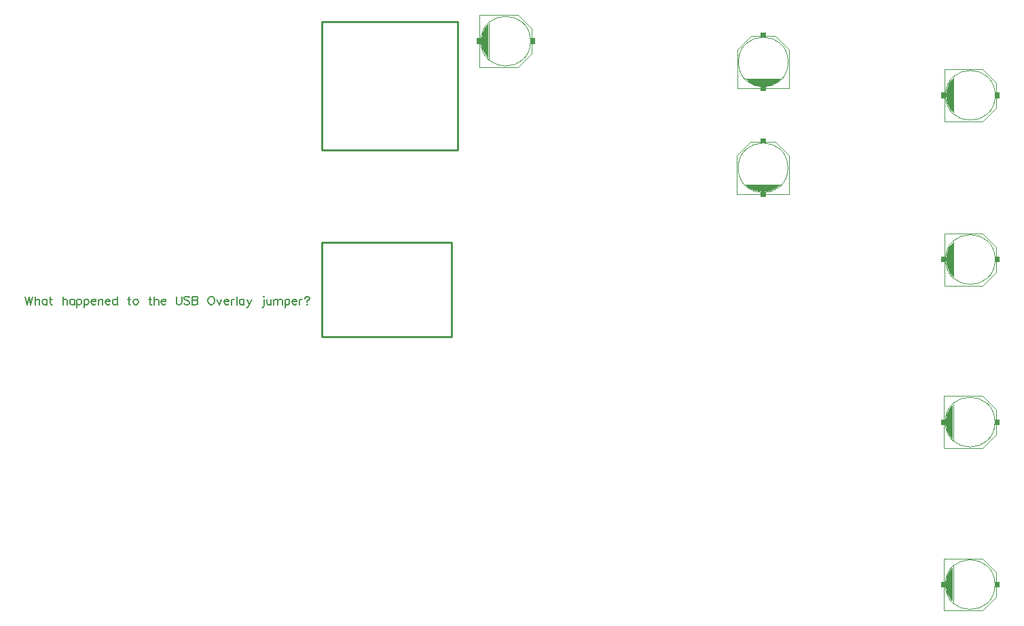
<source format=gbr>
G04 DipTrace 2.4.0.1*
%INTopAssy.gbr*%
%MOIN*%
%ADD10C,0.0098*%
%ADD24C,0.004*%
%ADD254C,0.0062*%
%FSLAX44Y44*%
G04*
G70*
G90*
G75*
G01*
%LNTopAssy*%
%LPD*%
X18820Y24700D2*
D24*
Y26590D1*
X19490Y27260D1*
X20710D1*
X21380Y26590D1*
Y24700D1*
X18820D1*
X19214Y25153D2*
X20966D1*
X18880Y25980D2*
G02X18880Y25980I1220J0D01*
G01*
G36*
X20238Y24543D2*
X19962D1*
Y24779D1*
X20238D1*
Y24543D1*
G37*
G36*
Y27181D2*
X19962D1*
Y27417D1*
X20238D1*
Y27181D1*
G37*
G36*
X19253Y25134D2*
X19470Y24957D1*
X19746Y24838D1*
X20100Y24779D1*
X20474Y24838D1*
X20749Y24976D1*
X20947Y25134D1*
X19273D1*
X19253D1*
G37*
X18830Y29895D2*
D24*
Y31785D1*
X19500Y32455D1*
X20720D1*
X21390Y31785D1*
Y29895D1*
X18830D1*
X19224Y30348D2*
X20976D1*
X18890Y31175D2*
G02X18890Y31175I1220J0D01*
G01*
G36*
X20248Y29738D2*
X19972D1*
Y29974D1*
X20248D1*
Y29738D1*
G37*
G36*
Y32376D2*
X19972D1*
Y32612D1*
X20248D1*
Y32376D1*
G37*
G36*
X19263Y30329D2*
X19480Y30152D1*
X19756Y30033D1*
X20110Y29974D1*
X20484Y30033D1*
X20759Y30171D1*
X20957Y30329D1*
X19283D1*
X19263D1*
G37*
X6185Y33480D2*
D24*
X8075D1*
X8745Y32810D1*
Y31590D1*
X8075Y30920D1*
X6185D1*
Y33480D1*
X6638Y33086D2*
Y31334D1*
X6245Y32200D2*
G02X6245Y32200I1220J0D01*
G01*
G36*
X6028Y32062D2*
X6264D1*
Y32338D1*
X6028D1*
Y32062D1*
G37*
G36*
X8666D2*
X8902D1*
Y32338D1*
X8666D1*
Y32062D1*
G37*
G36*
X6619Y33047D2*
X6442Y32830D1*
X6323Y32554D1*
X6264Y32200D1*
X6323Y31826D1*
X6461Y31551D1*
X6619Y31353D1*
Y33027D1*
Y33047D1*
G37*
X28995Y30820D2*
D24*
X30885D1*
X31555Y30150D1*
Y28930D1*
X30885Y28260D1*
X28995D1*
Y30820D1*
X29448Y30426D2*
Y28674D1*
X29055Y29540D2*
G02X29055Y29540I1220J0D01*
G01*
G36*
X28838Y29402D2*
X29074D1*
Y29678D1*
X28838D1*
Y29402D1*
G37*
G36*
X31476D2*
X31712D1*
Y29678D1*
X31476D1*
Y29402D1*
G37*
G36*
X29429Y30387D2*
X29252Y30170D1*
X29133Y29894D1*
X29074Y29540D1*
X29133Y29166D1*
X29271Y28891D1*
X29429Y28693D1*
Y30367D1*
Y30387D1*
G37*
X28995Y22760D2*
D24*
X30885D1*
X31555Y22090D1*
Y20870D1*
X30885Y20200D1*
X28995D1*
Y22760D1*
X29448Y22366D2*
Y20614D1*
X29055Y21480D2*
G02X29055Y21480I1220J0D01*
G01*
G36*
X28838Y21342D2*
X29074D1*
Y21618D1*
X28838D1*
Y21342D1*
G37*
G36*
X31476D2*
X31712D1*
Y21618D1*
X31476D1*
Y21342D1*
G37*
G36*
X29429Y22327D2*
X29252Y22110D1*
X29133Y21834D1*
X29074Y21480D1*
X29133Y21106D1*
X29271Y20831D1*
X29429Y20633D1*
Y22307D1*
Y22327D1*
G37*
X28983Y14779D2*
D24*
X30873D1*
X31542Y14110D1*
Y12889D1*
X30873Y12220D1*
X28983D1*
Y14779D1*
X29436Y14385D2*
Y12633D1*
X29042Y13499D2*
G02X29042Y13499I1220J0D01*
G01*
G36*
X28826Y13362D2*
X29062D1*
Y13637D1*
X28826D1*
Y13362D1*
G37*
G36*
X31463D2*
X31699D1*
Y13637D1*
X31463D1*
Y13362D1*
G37*
G36*
X29416Y14346D2*
X29239Y14129D1*
X29121Y13854D1*
X29062Y13499D1*
X29121Y13125D1*
X29258Y12850D1*
X29416Y12653D1*
Y14326D1*
Y14346D1*
G37*
X28985Y6800D2*
D24*
X30875D1*
X31545Y6130D1*
Y4910D1*
X30875Y4240D1*
X28985D1*
Y6800D1*
X29438Y6406D2*
Y4654D1*
X29045Y5520D2*
G02X29045Y5520I1220J0D01*
G01*
G36*
X28828Y5382D2*
X29064D1*
Y5658D1*
X28828D1*
Y5382D1*
G37*
G36*
X31466D2*
X31702D1*
Y5658D1*
X31466D1*
Y5382D1*
G37*
G36*
X29419Y6367D2*
X29242Y6150D1*
X29123Y5874D1*
X29064Y5520D1*
X29123Y5146D1*
X29261Y4871D1*
X29419Y4673D1*
Y6347D1*
Y6367D1*
G37*
X5118Y33150D2*
D10*
X-1575D1*
Y26850D1*
X5118D1*
Y33150D1*
X4823Y22321D2*
X-1575D1*
Y17680D1*
X4823D1*
Y22321D1*
X-16130Y19665D2*
D254*
X-16034Y19263D1*
X-15939Y19665D1*
X-15843Y19263D1*
X-15747Y19665D1*
X-15624D2*
Y19263D1*
Y19455D2*
X-15566Y19512D1*
X-15528Y19531D1*
X-15470D1*
X-15432Y19512D1*
X-15413Y19455D1*
Y19263D1*
X-15060Y19531D2*
Y19263D1*
Y19474D2*
X-15098Y19512D1*
X-15137Y19531D1*
X-15194D1*
X-15232Y19512D1*
X-15270Y19474D1*
X-15290Y19416D1*
Y19378D1*
X-15270Y19321D1*
X-15232Y19283D1*
X-15194Y19263D1*
X-15137D1*
X-15098Y19283D1*
X-15060Y19321D1*
X-14879Y19665D2*
Y19340D1*
X-14860Y19283D1*
X-14822Y19263D1*
X-14784D1*
X-14937Y19531D2*
X-14803D1*
X-14271Y19665D2*
Y19263D1*
Y19455D2*
X-14214Y19512D1*
X-14175Y19531D1*
X-14118D1*
X-14080Y19512D1*
X-14061Y19455D1*
Y19263D1*
X-13708Y19531D2*
Y19263D1*
Y19474D2*
X-13746Y19512D1*
X-13784Y19531D1*
X-13841D1*
X-13880Y19512D1*
X-13918Y19474D1*
X-13937Y19416D1*
Y19378D1*
X-13918Y19321D1*
X-13880Y19283D1*
X-13841Y19263D1*
X-13784D1*
X-13746Y19283D1*
X-13708Y19321D1*
X-13584Y19531D2*
Y19129D1*
Y19474D2*
X-13546Y19512D1*
X-13508Y19531D1*
X-13450D1*
X-13412Y19512D1*
X-13374Y19474D1*
X-13354Y19416D1*
Y19378D1*
X-13374Y19321D1*
X-13412Y19282D1*
X-13450Y19263D1*
X-13508D1*
X-13546Y19282D1*
X-13584Y19321D1*
X-13231Y19531D2*
Y19129D1*
Y19474D2*
X-13192Y19512D1*
X-13154Y19531D1*
X-13097D1*
X-13058Y19512D1*
X-13020Y19474D1*
X-13001Y19416D1*
Y19378D1*
X-13020Y19321D1*
X-13058Y19282D1*
X-13097Y19263D1*
X-13154D1*
X-13192Y19282D1*
X-13231Y19321D1*
X-12877Y19416D2*
X-12648D1*
Y19455D1*
X-12667Y19493D1*
X-12686Y19512D1*
X-12724Y19531D1*
X-12782D1*
X-12820Y19512D1*
X-12858Y19474D1*
X-12877Y19416D1*
Y19378D1*
X-12858Y19321D1*
X-12820Y19283D1*
X-12782Y19263D1*
X-12724D1*
X-12686Y19283D1*
X-12648Y19321D1*
X-12524Y19531D2*
Y19263D1*
Y19455D2*
X-12467Y19512D1*
X-12429Y19531D1*
X-12371D1*
X-12333Y19512D1*
X-12314Y19455D1*
Y19263D1*
X-12190Y19416D2*
X-11961D1*
Y19455D1*
X-11980Y19493D1*
X-11999Y19512D1*
X-12037Y19531D1*
X-12095D1*
X-12133Y19512D1*
X-12171Y19474D1*
X-12190Y19416D1*
Y19378D1*
X-12171Y19321D1*
X-12133Y19283D1*
X-12095Y19263D1*
X-12037D1*
X-11999Y19283D1*
X-11961Y19321D1*
X-11608Y19665D2*
Y19263D1*
Y19474D2*
X-11646Y19512D1*
X-11685Y19531D1*
X-11742D1*
X-11780Y19512D1*
X-11818Y19474D1*
X-11837Y19416D1*
Y19378D1*
X-11818Y19321D1*
X-11780Y19283D1*
X-11742Y19263D1*
X-11685D1*
X-11646Y19283D1*
X-11608Y19321D1*
X-11038Y19665D2*
Y19340D1*
X-11019Y19283D1*
X-10981Y19263D1*
X-10943D1*
X-11096Y19531D2*
X-10962D1*
X-10724D2*
X-10762Y19512D1*
X-10800Y19474D1*
X-10819Y19416D1*
Y19378D1*
X-10800Y19321D1*
X-10762Y19283D1*
X-10724Y19263D1*
X-10666D1*
X-10628Y19283D1*
X-10590Y19321D1*
X-10570Y19378D1*
Y19416D1*
X-10590Y19474D1*
X-10628Y19512D1*
X-10666Y19531D1*
X-10724D1*
X-10000Y19665D2*
Y19340D1*
X-9981Y19283D1*
X-9943Y19263D1*
X-9905D1*
X-10058Y19531D2*
X-9924D1*
X-9781Y19665D2*
Y19263D1*
Y19455D2*
X-9724Y19512D1*
X-9685Y19531D1*
X-9628D1*
X-9590Y19512D1*
X-9571Y19455D1*
Y19263D1*
X-9447Y19416D2*
X-9218D1*
Y19455D1*
X-9237Y19493D1*
X-9256Y19512D1*
X-9294Y19531D1*
X-9352D1*
X-9390Y19512D1*
X-9428Y19474D1*
X-9447Y19416D1*
Y19378D1*
X-9428Y19321D1*
X-9390Y19283D1*
X-9352Y19263D1*
X-9294D1*
X-9256Y19283D1*
X-9218Y19321D1*
X-8706Y19665D2*
Y19378D1*
X-8687Y19321D1*
X-8648Y19283D1*
X-8591Y19263D1*
X-8553D1*
X-8495Y19283D1*
X-8457Y19321D1*
X-8438Y19378D1*
Y19665D1*
X-8046Y19608D2*
X-8084Y19646D1*
X-8142Y19665D1*
X-8218D1*
X-8276Y19646D1*
X-8314Y19608D1*
Y19570D1*
X-8295Y19531D1*
X-8276Y19512D1*
X-8238Y19493D1*
X-8123Y19455D1*
X-8084Y19436D1*
X-8065Y19416D1*
X-8046Y19378D1*
Y19321D1*
X-8084Y19283D1*
X-8142Y19263D1*
X-8218D1*
X-8276Y19283D1*
X-8314Y19321D1*
X-7923Y19665D2*
Y19263D1*
X-7750D1*
X-7693Y19283D1*
X-7674Y19302D1*
X-7655Y19340D1*
Y19397D1*
X-7674Y19436D1*
X-7693Y19455D1*
X-7750Y19474D1*
X-7693Y19493D1*
X-7674Y19512D1*
X-7655Y19550D1*
Y19589D1*
X-7674Y19627D1*
X-7693Y19646D1*
X-7750Y19665D1*
X-7923D1*
Y19474D2*
X-7750D1*
X-7027Y19665D2*
X-7066Y19646D1*
X-7104Y19608D1*
X-7123Y19570D1*
X-7142Y19512D1*
Y19416D1*
X-7123Y19359D1*
X-7104Y19321D1*
X-7066Y19283D1*
X-7027Y19263D1*
X-6951D1*
X-6913Y19283D1*
X-6875Y19321D1*
X-6856Y19359D1*
X-6836Y19416D1*
Y19512D1*
X-6856Y19570D1*
X-6875Y19608D1*
X-6913Y19646D1*
X-6951Y19665D1*
X-7027D1*
X-6713Y19531D2*
X-6598Y19263D1*
X-6483Y19531D1*
X-6360Y19416D2*
X-6131D1*
Y19455D1*
X-6150Y19493D1*
X-6169Y19512D1*
X-6207Y19531D1*
X-6264D1*
X-6303Y19512D1*
X-6341Y19474D1*
X-6360Y19416D1*
Y19378D1*
X-6341Y19321D1*
X-6303Y19283D1*
X-6264Y19263D1*
X-6207D1*
X-6169Y19283D1*
X-6131Y19321D1*
X-6007Y19531D2*
Y19263D1*
Y19416D2*
X-5988Y19474D1*
X-5950Y19512D1*
X-5911Y19531D1*
X-5854D1*
X-5730Y19665D2*
Y19263D1*
X-5377Y19531D2*
Y19263D1*
Y19474D2*
X-5415Y19512D1*
X-5454Y19531D1*
X-5511D1*
X-5549Y19512D1*
X-5587Y19474D1*
X-5607Y19416D1*
Y19378D1*
X-5587Y19321D1*
X-5549Y19283D1*
X-5511Y19263D1*
X-5454D1*
X-5415Y19283D1*
X-5377Y19321D1*
X-5234Y19531D2*
X-5120Y19263D1*
X-5158Y19187D1*
X-5196Y19148D1*
X-5234Y19129D1*
X-5254D1*
X-5005Y19531D2*
X-5120Y19263D1*
X-4416Y19666D2*
X-4396Y19647D1*
X-4377Y19666D1*
X-4396Y19685D1*
X-4416Y19666D1*
X-4396Y19532D2*
Y19206D1*
X-4416Y19149D1*
X-4454Y19130D1*
X-4492D1*
X-4254Y19531D2*
Y19340D1*
X-4235Y19283D1*
X-4196Y19263D1*
X-4139D1*
X-4101Y19283D1*
X-4043Y19340D1*
Y19531D2*
Y19263D1*
X-3920Y19531D2*
Y19263D1*
Y19455D2*
X-3862Y19512D1*
X-3824Y19531D1*
X-3767D1*
X-3728Y19512D1*
X-3709Y19455D1*
Y19263D1*
Y19455D2*
X-3652Y19512D1*
X-3613Y19531D1*
X-3556D1*
X-3518Y19512D1*
X-3498Y19455D1*
Y19263D1*
X-3375Y19531D2*
Y19129D1*
Y19474D2*
X-3336Y19512D1*
X-3298Y19531D1*
X-3241D1*
X-3202Y19512D1*
X-3164Y19474D1*
X-3145Y19416D1*
Y19378D1*
X-3164Y19321D1*
X-3202Y19282D1*
X-3241Y19263D1*
X-3298D1*
X-3336Y19282D1*
X-3375Y19321D1*
X-3022Y19416D2*
X-2792D1*
Y19455D1*
X-2811Y19493D1*
X-2830Y19512D1*
X-2869Y19531D1*
X-2926D1*
X-2964Y19512D1*
X-3002Y19474D1*
X-3022Y19416D1*
Y19378D1*
X-3002Y19321D1*
X-2964Y19283D1*
X-2926Y19263D1*
X-2869D1*
X-2830Y19283D1*
X-2792Y19321D1*
X-2669Y19531D2*
Y19263D1*
Y19416D2*
X-2649Y19474D1*
X-2611Y19512D1*
X-2573Y19531D1*
X-2515D1*
X-2392Y19569D2*
Y19588D1*
X-2373Y19627D1*
X-2353Y19646D1*
X-2315Y19665D1*
X-2239D1*
X-2200Y19646D1*
X-2181Y19627D1*
X-2162Y19588D1*
Y19550D1*
X-2181Y19512D1*
X-2200Y19493D1*
X-2277Y19455D1*
Y19397D1*
Y19302D2*
X-2296Y19282D1*
X-2277Y19263D1*
X-2258Y19282D1*
X-2277Y19302D1*
M02*

</source>
